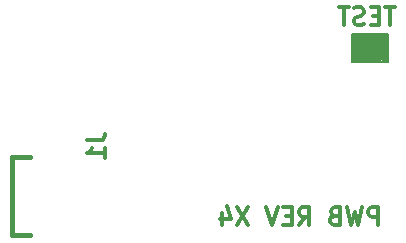
<source format=gbo>
G04 #@! TF.FileFunction,Legend,Bot*
%FSLAX46Y46*%
G04 Gerber Fmt 4.6, Leading zero omitted, Abs format (unit mm)*
G04 Created by KiCad (PCBNEW 4.0.1-stable) date 7/29/2016 10:40:56 AM*
%MOMM*%
G01*
G04 APERTURE LIST*
%ADD10C,0.150000*%
%ADD11C,0.300000*%
%ADD12C,0.200000*%
%ADD13C,0.381000*%
%ADD14C,0.304800*%
G04 APERTURE END LIST*
D10*
D11*
X168840857Y-80306571D02*
X167983714Y-80306571D01*
X168412285Y-81806571D02*
X168412285Y-80306571D01*
X167483714Y-81020857D02*
X166983714Y-81020857D01*
X166769428Y-81806571D02*
X167483714Y-81806571D01*
X167483714Y-80306571D01*
X166769428Y-80306571D01*
X166198000Y-81735143D02*
X165983714Y-81806571D01*
X165626571Y-81806571D01*
X165483714Y-81735143D01*
X165412285Y-81663714D01*
X165340857Y-81520857D01*
X165340857Y-81378000D01*
X165412285Y-81235143D01*
X165483714Y-81163714D01*
X165626571Y-81092286D01*
X165912285Y-81020857D01*
X166055143Y-80949429D01*
X166126571Y-80878000D01*
X166198000Y-80735143D01*
X166198000Y-80592286D01*
X166126571Y-80449429D01*
X166055143Y-80378000D01*
X165912285Y-80306571D01*
X165555143Y-80306571D01*
X165340857Y-80378000D01*
X164912286Y-80306571D02*
X164055143Y-80306571D01*
X164483714Y-81806571D02*
X164483714Y-80306571D01*
D12*
X168099000Y-82652000D02*
X167972000Y-82779000D01*
X168099000Y-84811000D02*
X168099000Y-82652000D01*
X167972000Y-84811000D02*
X168099000Y-84811000D01*
X167972000Y-82525000D02*
X167972000Y-84811000D01*
X167718000Y-82525000D02*
X167972000Y-82525000D01*
X167718000Y-84684000D02*
X167718000Y-82525000D01*
X167845000Y-84811000D02*
X167718000Y-84684000D01*
X167845000Y-82525000D02*
X167845000Y-84811000D01*
X167591000Y-82525000D02*
X167845000Y-82525000D01*
X167591000Y-84811000D02*
X167591000Y-82525000D01*
X167464000Y-84938000D02*
X167591000Y-84811000D01*
X167464000Y-82652000D02*
X167464000Y-84938000D01*
X167337000Y-82525000D02*
X167464000Y-82652000D01*
X167337000Y-84811000D02*
X167337000Y-82525000D01*
X167210000Y-84811000D02*
X167337000Y-84811000D01*
X167210000Y-82525000D02*
X167210000Y-84811000D01*
X167083000Y-82525000D02*
X167210000Y-82525000D01*
X167083000Y-84811000D02*
X167083000Y-82525000D01*
X166956000Y-84811000D02*
X167083000Y-84811000D01*
X166956000Y-82525000D02*
X166956000Y-84811000D01*
X166829000Y-82525000D02*
X166956000Y-82525000D01*
X167083000Y-82525000D02*
X166829000Y-82525000D01*
X166829000Y-82525000D02*
X167083000Y-82525000D01*
X166829000Y-84811000D02*
X166829000Y-82525000D01*
X166702000Y-84811000D02*
X166829000Y-84811000D01*
X166702000Y-82525000D02*
X166702000Y-84811000D01*
X166575000Y-82525000D02*
X166702000Y-82525000D01*
X166575000Y-84811000D02*
X166575000Y-82525000D01*
X166448000Y-84938000D02*
X166575000Y-84811000D01*
X166448000Y-82525000D02*
X166448000Y-84938000D01*
X166321000Y-82525000D02*
X166448000Y-82525000D01*
X166321000Y-84811000D02*
X166321000Y-82525000D01*
X166194000Y-84811000D02*
X166321000Y-84811000D01*
X166194000Y-82525000D02*
X166194000Y-84811000D01*
X166067000Y-82525000D02*
X166194000Y-82525000D01*
X166067000Y-84938000D02*
X166067000Y-82525000D01*
X166067000Y-82525000D02*
X166067000Y-84938000D01*
X165940000Y-82525000D02*
X166067000Y-82525000D01*
X165940000Y-84811000D02*
X165940000Y-82525000D01*
X166067000Y-84811000D02*
X165940000Y-84811000D01*
X165813000Y-84811000D02*
X166067000Y-84811000D01*
X165813000Y-82525000D02*
X165813000Y-84811000D01*
X165686000Y-82525000D02*
X165813000Y-82525000D01*
X165686000Y-84938000D02*
X165686000Y-82525000D01*
X165559000Y-84811000D02*
X165686000Y-84938000D01*
X165559000Y-82525000D02*
X165559000Y-84811000D01*
X165432000Y-82525000D02*
X165559000Y-82525000D01*
X165432000Y-84811000D02*
X165432000Y-82525000D01*
X165305000Y-84938000D02*
X165432000Y-84811000D01*
X165305000Y-82525000D02*
X165305000Y-84938000D01*
X165178000Y-82525000D02*
X165305000Y-82525000D01*
X165178000Y-84938000D02*
X165178000Y-82525000D01*
X165432000Y-84938000D02*
X165178000Y-84938000D01*
X165178000Y-84938000D02*
X165432000Y-84938000D01*
X165178000Y-84684000D02*
X165178000Y-84938000D01*
X165432000Y-84938000D02*
X165178000Y-84684000D01*
X168226000Y-84938000D02*
X165432000Y-84938000D01*
X168226000Y-82525000D02*
X168226000Y-84938000D01*
X165178000Y-82525000D02*
X168226000Y-82525000D01*
D11*
X167424856Y-98722571D02*
X167424856Y-97222571D01*
X166853428Y-97222571D01*
X166710570Y-97294000D01*
X166639142Y-97365429D01*
X166567713Y-97508286D01*
X166567713Y-97722571D01*
X166639142Y-97865429D01*
X166710570Y-97936857D01*
X166853428Y-98008286D01*
X167424856Y-98008286D01*
X166067713Y-97222571D02*
X165710570Y-98722571D01*
X165424856Y-97651143D01*
X165139142Y-98722571D01*
X164781999Y-97222571D01*
X163710570Y-97936857D02*
X163496284Y-98008286D01*
X163424856Y-98079714D01*
X163353427Y-98222571D01*
X163353427Y-98436857D01*
X163424856Y-98579714D01*
X163496284Y-98651143D01*
X163639142Y-98722571D01*
X164210570Y-98722571D01*
X164210570Y-97222571D01*
X163710570Y-97222571D01*
X163567713Y-97294000D01*
X163496284Y-97365429D01*
X163424856Y-97508286D01*
X163424856Y-97651143D01*
X163496284Y-97794000D01*
X163567713Y-97865429D01*
X163710570Y-97936857D01*
X164210570Y-97936857D01*
X160710570Y-98722571D02*
X161210570Y-98008286D01*
X161567713Y-98722571D02*
X161567713Y-97222571D01*
X160996285Y-97222571D01*
X160853427Y-97294000D01*
X160781999Y-97365429D01*
X160710570Y-97508286D01*
X160710570Y-97722571D01*
X160781999Y-97865429D01*
X160853427Y-97936857D01*
X160996285Y-98008286D01*
X161567713Y-98008286D01*
X160067713Y-97936857D02*
X159567713Y-97936857D01*
X159353427Y-98722571D02*
X160067713Y-98722571D01*
X160067713Y-97222571D01*
X159353427Y-97222571D01*
X158924856Y-97222571D02*
X158424856Y-98722571D01*
X157924856Y-97222571D01*
X156424856Y-97222571D02*
X155424856Y-98722571D01*
X155424856Y-97222571D02*
X156424856Y-98722571D01*
X154210571Y-97722571D02*
X154210571Y-98722571D01*
X154567714Y-97151143D02*
X154924857Y-98222571D01*
X153996285Y-98222571D01*
D13*
X136398000Y-99565460D02*
X137899140Y-99565460D01*
X136398000Y-92966540D02*
X137899140Y-92966540D01*
X136398000Y-99565460D02*
X136398000Y-92966540D01*
D14*
X142764329Y-91556840D02*
X143852900Y-91556840D01*
X144070614Y-91484268D01*
X144215757Y-91339125D01*
X144288329Y-91121411D01*
X144288329Y-90976268D01*
X144288329Y-93080840D02*
X144288329Y-92209983D01*
X144288329Y-92645411D02*
X142764329Y-92645411D01*
X142982043Y-92500268D01*
X143127186Y-92355126D01*
X143199757Y-92209983D01*
M02*

</source>
